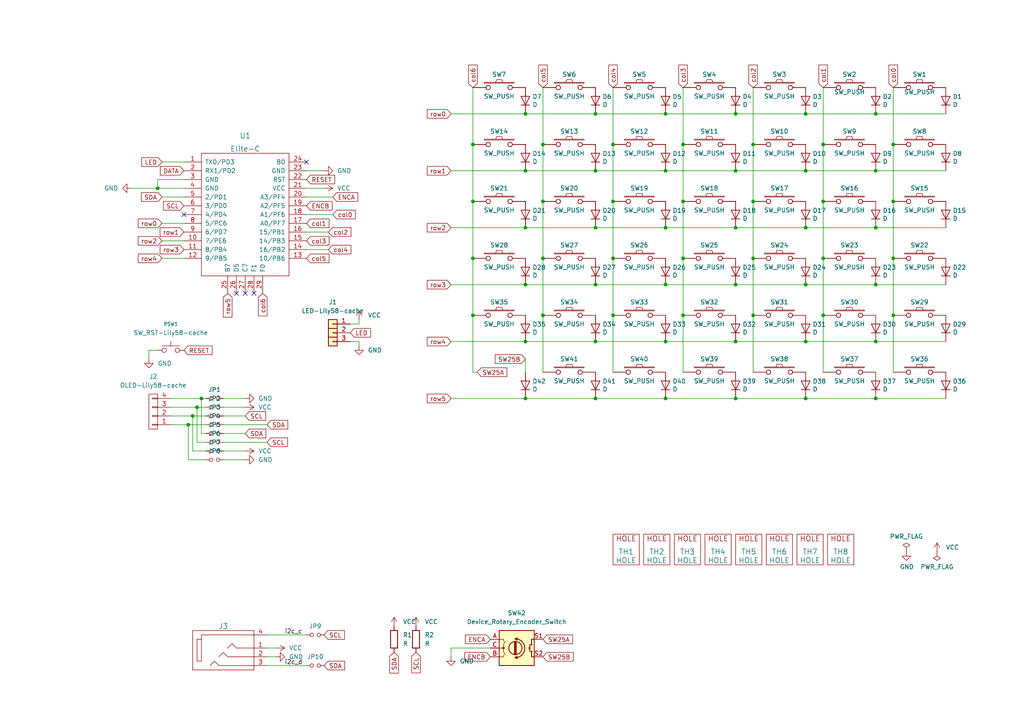
<source format=kicad_sch>
(kicad_sch (version 20211123) (generator eeschema)
  (paper "A4")
  (junction (at 54.61 123.19))
  (junction (at 172.72 33.02))
  (junction (at 213.36 49.53))
  (junction (at 193.04 33.02))
  (junction (at 152.4 115.57))
  (junction (at 233.68 115.57))
  (junction (at 259.08 91.44))
  (junction (at 198.12 74.93))
  (junction (at 238.76 41.91))
  (junction (at 177.8 74.93))
  (junction (at 218.44 41.91))
  (junction (at 45.72 54.61))
  (junction (at 55.88 120.65))
  (junction (at 218.44 91.44))
  (junction (at 137.16 58.42))
  (junction (at 152.4 82.55))
  (junction (at 172.72 99.06))
  (junction (at 172.72 66.04))
  (junction (at 137.16 41.91))
  (junction (at 152.4 49.53))
  (junction (at 254 33.02))
  (junction (at 193.04 66.04))
  (junction (at 233.68 66.04))
  (junction (at 198.12 41.91))
  (junction (at 213.36 66.04))
  (junction (at 157.48 74.93))
  (junction (at 259.08 58.42))
  (junction (at 193.04 115.57))
  (junction (at 193.04 82.55))
  (junction (at 254 49.53))
  (junction (at 259.08 41.91))
  (junction (at 157.48 91.44))
  (junction (at 177.8 41.91))
  (junction (at 152.4 33.02))
  (junction (at 193.04 49.53))
  (junction (at 137.16 74.93))
  (junction (at 177.8 91.44))
  (junction (at 213.36 115.57))
  (junction (at 233.68 33.02))
  (junction (at 238.76 58.42))
  (junction (at 233.68 49.53))
  (junction (at 137.16 91.44))
  (junction (at 57.15 118.11))
  (junction (at 172.72 49.53))
  (junction (at 259.08 74.93))
  (junction (at 233.68 99.06))
  (junction (at 172.72 115.57))
  (junction (at 177.8 58.42))
  (junction (at 238.76 91.44))
  (junction (at 238.76 74.93))
  (junction (at 172.72 82.55))
  (junction (at 152.4 66.04))
  (junction (at 58.42 115.57))
  (junction (at 213.36 33.02))
  (junction (at 254 115.57))
  (junction (at 152.4 99.06))
  (junction (at 198.12 91.44))
  (junction (at 198.12 58.42))
  (junction (at 157.48 58.42))
  (junction (at 213.36 99.06))
  (junction (at 193.04 99.06))
  (junction (at 254 99.06))
  (junction (at 254 82.55))
  (junction (at 254 66.04))
  (junction (at 157.48 41.91))
  (junction (at 233.68 82.55))
  (junction (at 218.44 74.93))
  (junction (at 218.44 58.42))
  (junction (at 213.36 82.55))
  (no_connect (at 88.9 46.99))
  (no_connect (at 68.58 85.09))
  (no_connect (at 71.12 85.09))
  (no_connect (at 73.66 85.09))
  (no_connect (at 53.34 62.23))
  (wire (pts (xy 54.61 123.19) (xy 54.61 133.35)))
  (wire (pts (xy 177.8 74.93) (xy 177.8 91.44)))
  (wire (pts (xy 177.8 91.44) (xy 177.8 107.95)))
  (wire (pts (xy 57.15 118.11) (xy 59.69 118.11)))
  (wire (pts (xy 43.18 101.6) (xy 43.18 104.14)))
  (wire (pts (xy 53.34 52.07) (xy 45.72 52.07)))
  (wire (pts (xy 193.04 115.57) (xy 213.36 115.57)))
  (wire (pts (xy 55.88 120.65) (xy 59.69 120.65)))
  (wire (pts (xy 152.4 82.55) (xy 130.81 82.55)))
  (wire (pts (xy 45.72 52.07) (xy 45.72 54.61)))
  (wire (pts (xy 254 49.53) (xy 274.32 49.53)))
  (wire (pts (xy 96.52 62.23) (xy 88.9 62.23)))
  (wire (pts (xy 64.77 118.11) (xy 71.12 118.11)))
  (wire (pts (xy 96.52 57.15) (xy 88.9 57.15)))
  (wire (pts (xy 193.04 33.02) (xy 213.36 33.02)))
  (wire (pts (xy 254 82.55) (xy 274.32 82.55)))
  (wire (pts (xy 193.04 66.04) (xy 213.36 66.04)))
  (wire (pts (xy 233.68 115.57) (xy 254 115.57)))
  (wire (pts (xy 259.08 41.91) (xy 259.08 25.4)))
  (wire (pts (xy 172.72 33.02) (xy 193.04 33.02)))
  (wire (pts (xy 177.8 41.91) (xy 177.8 58.42)))
  (wire (pts (xy 38.1 54.61) (xy 45.72 54.61)))
  (wire (pts (xy 152.4 66.04) (xy 130.81 66.04)))
  (wire (pts (xy 104.14 93.98) (xy 104.14 92.71)))
  (wire (pts (xy 233.68 33.02) (xy 213.36 33.02)))
  (wire (pts (xy 64.77 115.57) (xy 71.12 115.57)))
  (wire (pts (xy 95.25 72.39) (xy 88.9 72.39)))
  (wire (pts (xy 238.76 58.42) (xy 238.76 74.93)))
  (wire (pts (xy 77.47 184.15) (xy 88.9 184.15)))
  (wire (pts (xy 130.81 115.57) (xy 152.4 115.57)))
  (wire (pts (xy 218.44 74.93) (xy 218.44 58.42)))
  (wire (pts (xy 172.72 66.04) (xy 152.4 66.04)))
  (wire (pts (xy 213.36 99.06) (xy 233.68 99.06)))
  (wire (pts (xy 55.88 120.65) (xy 55.88 130.81)))
  (wire (pts (xy 46.99 69.85) (xy 53.34 69.85)))
  (wire (pts (xy 198.12 74.93) (xy 198.12 91.44)))
  (wire (pts (xy 238.76 91.44) (xy 238.76 107.95)))
  (wire (pts (xy 198.12 91.44) (xy 198.12 107.95)))
  (wire (pts (xy 64.77 130.81) (xy 71.12 130.81)))
  (wire (pts (xy 95.25 67.31) (xy 88.9 67.31)))
  (wire (pts (xy 49.53 120.65) (xy 55.88 120.65)))
  (wire (pts (xy 137.16 41.91) (xy 137.16 58.42)))
  (wire (pts (xy 45.72 54.61) (xy 53.34 54.61)))
  (wire (pts (xy 49.53 123.19) (xy 54.61 123.19)))
  (wire (pts (xy 54.61 123.19) (xy 59.69 123.19)))
  (wire (pts (xy 49.53 115.57) (xy 58.42 115.57)))
  (wire (pts (xy 152.4 104.14) (xy 152.4 107.95)))
  (wire (pts (xy 233.68 82.55) (xy 254 82.55)))
  (wire (pts (xy 55.88 130.81) (xy 59.69 130.81)))
  (wire (pts (xy 259.08 91.44) (xy 259.08 107.95)))
  (wire (pts (xy 137.16 25.4) (xy 137.16 41.91)))
  (wire (pts (xy 172.72 66.04) (xy 193.04 66.04)))
  (wire (pts (xy 218.44 74.93) (xy 218.44 91.44)))
  (wire (pts (xy 233.68 33.02) (xy 254 33.02)))
  (wire (pts (xy 64.77 123.19) (xy 77.47 123.19)))
  (wire (pts (xy 254 99.06) (xy 274.32 99.06)))
  (wire (pts (xy 172.72 82.55) (xy 152.4 82.55)))
  (wire (pts (xy 213.36 115.57) (xy 233.68 115.57)))
  (wire (pts (xy 172.72 115.57) (xy 193.04 115.57)))
  (wire (pts (xy 88.9 49.53) (xy 93.98 49.53)))
  (wire (pts (xy 177.8 25.4) (xy 177.8 41.91)))
  (wire (pts (xy 152.4 49.53) (xy 130.81 49.53)))
  (wire (pts (xy 101.6 93.98) (xy 104.14 93.98)))
  (wire (pts (xy 58.42 115.57) (xy 58.42 125.73)))
  (wire (pts (xy 218.44 25.4) (xy 218.44 41.91)))
  (wire (pts (xy 193.04 99.06) (xy 213.36 99.06)))
  (wire (pts (xy 218.44 91.44) (xy 218.44 107.95)))
  (wire (pts (xy 137.16 91.44) (xy 137.16 107.95)))
  (wire (pts (xy 172.72 49.53) (xy 152.4 49.53)))
  (wire (pts (xy 46.99 46.99) (xy 53.34 46.99)))
  (wire (pts (xy 157.48 91.44) (xy 157.48 107.95)))
  (wire (pts (xy 46.99 74.93) (xy 53.34 74.93)))
  (wire (pts (xy 45.72 101.6) (xy 43.18 101.6)))
  (wire (pts (xy 172.72 33.02) (xy 152.4 33.02)))
  (wire (pts (xy 49.53 118.11) (xy 57.15 118.11)))
  (wire (pts (xy 254 33.02) (xy 274.32 33.02)))
  (wire (pts (xy 157.48 41.91) (xy 157.48 58.42)))
  (wire (pts (xy 64.77 128.27) (xy 77.47 128.27)))
  (wire (pts (xy 46.99 64.77) (xy 53.34 64.77)))
  (wire (pts (xy 238.76 41.91) (xy 238.76 25.4)))
  (wire (pts (xy 172.72 49.53) (xy 193.04 49.53)))
  (wire (pts (xy 218.44 41.91) (xy 218.44 58.42)))
  (wire (pts (xy 152.4 33.02) (xy 130.81 33.02)))
  (wire (pts (xy 54.61 133.35) (xy 59.69 133.35)))
  (wire (pts (xy 157.48 58.42) (xy 157.48 74.93)))
  (wire (pts (xy 101.6 99.06) (xy 104.14 99.06)))
  (wire (pts (xy 64.77 133.35) (xy 71.12 133.35)))
  (wire (pts (xy 193.04 82.55) (xy 213.36 82.55)))
  (wire (pts (xy 46.99 57.15) (xy 53.34 57.15)))
  (wire (pts (xy 104.14 99.06) (xy 104.14 100.33)))
  (wire (pts (xy 137.16 58.42) (xy 137.16 74.93)))
  (wire (pts (xy 58.42 115.57) (xy 59.69 115.57)))
  (wire (pts (xy 198.12 25.4) (xy 198.12 41.91)))
  (wire (pts (xy 233.68 66.04) (xy 254 66.04)))
  (wire (pts (xy 77.47 187.96) (xy 80.01 187.96)))
  (wire (pts (xy 152.4 115.57) (xy 172.72 115.57)))
  (wire (pts (xy 58.42 125.73) (xy 59.69 125.73)))
  (wire (pts (xy 238.76 58.42) (xy 238.76 41.91)))
  (wire (pts (xy 177.8 58.42) (xy 177.8 74.93)))
  (wire (pts (xy 137.16 107.95) (xy 138.43 107.95)))
  (wire (pts (xy 57.15 128.27) (xy 59.69 128.27)))
  (wire (pts (xy 142.24 187.96) (xy 130.81 187.96)))
  (wire (pts (xy 152.4 99.06) (xy 172.72 99.06)))
  (wire (pts (xy 213.36 49.53) (xy 233.68 49.53)))
  (wire (pts (xy 157.48 74.93) (xy 157.48 91.44)))
  (wire (pts (xy 77.47 193.04) (xy 88.9 193.04)))
  (wire (pts (xy 233.68 49.53) (xy 254 49.53)))
  (wire (pts (xy 130.81 187.96) (xy 130.81 190.5)))
  (wire (pts (xy 254 66.04) (xy 274.32 66.04)))
  (wire (pts (xy 172.72 82.55) (xy 193.04 82.55)))
  (wire (pts (xy 64.77 120.65) (xy 71.12 120.65)))
  (wire (pts (xy 213.36 66.04) (xy 233.68 66.04)))
  (wire (pts (xy 259.08 74.93) (xy 259.08 91.44)))
  (wire (pts (xy 172.72 99.06) (xy 193.04 99.06)))
  (wire (pts (xy 198.12 58.42) (xy 198.12 74.93)))
  (wire (pts (xy 88.9 54.61) (xy 93.98 54.61)))
  (wire (pts (xy 254 115.57) (xy 274.32 115.57)))
  (wire (pts (xy 259.08 58.42) (xy 259.08 41.91)))
  (wire (pts (xy 77.47 190.5) (xy 80.01 190.5)))
  (wire (pts (xy 157.48 25.4) (xy 157.48 41.91)))
  (wire (pts (xy 238.76 74.93) (xy 238.76 91.44)))
  (wire (pts (xy 130.81 99.06) (xy 152.4 99.06)))
  (wire (pts (xy 259.08 58.42) (xy 259.08 74.93)))
  (wire (pts (xy 233.68 99.06) (xy 254 99.06)))
  (wire (pts (xy 57.15 118.11) (xy 57.15 128.27)))
  (wire (pts (xy 137.16 74.93) (xy 137.16 91.44)))
  (wire (pts (xy 193.04 49.53) (xy 213.36 49.53)))
  (wire (pts (xy 64.77 125.73) (xy 71.12 125.73)))
  (wire (pts (xy 213.36 82.55) (xy 233.68 82.55)))
  (wire (pts (xy 198.12 41.91) (xy 198.12 58.42)))
  (label "i2c_c" (at 82.55 184.15 0))
  (label "i2c_d" (at 82.55 193.04 0))
  (global_label "col6" (shape input) (at 76.2 85.09 270) (property "Intersheet References" "${INTERSHEET_REFS}" (effects hide)))
  (global_label "col1" (shape input) (at 238.76 25.4 90) (property "Intersheet References" "${INTERSHEET_REFS}" (effects hide)))
  (global_label "SW25B" (shape input) (at 152.4 104.14 180) (property "Intersheet References" "${INTERSHEET_REFS}" (effects hide)))
  (global_label "col3" (shape input) (at 198.12 25.4 90) (property "Intersheet References" "${INTERSHEET_REFS}" (effects hide)))
  (global_label "col4" (shape input) (at 177.8 25.4 90) (property "Intersheet References" "${INTERSHEET_REFS}" (effects hide)))
  (global_label "SCL" (shape input) (at 120.65 189.23 270) (property "Intersheet References" "${INTERSHEET_REFS}" (effects hide)))
  (global_label "SDA" (shape input) (at 114.3 189.23 270) (property "Intersheet References" "${INTERSHEET_REFS}" (effects hide)))
  (global_label "LED" (shape input) (at 101.6 96.52 0) (property "Intersheet References" "${INTERSHEET_REFS}" (effects hide)))
  (global_label "RESET" (shape input) (at 88.9 52.07 0) (property "Intersheet References" "${INTERSHEET_REFS}" (effects hide)))
  (global_label "col0" (shape input) (at 96.52 62.23 0) (property "Intersheet References" "${INTERSHEET_REFS}" (effects hide)))
  (global_label "ENCB" (shape input) (at 88.9 59.69 0) (property "Intersheet References" "${INTERSHEET_REFS}" (effects hide)))
  (global_label "col6" (shape input) (at 137.16 25.4 90) (property "Intersheet References" "${INTERSHEET_REFS}" (effects hide)))
  (global_label "col5" (shape input) (at 88.9 74.93 0) (property "Intersheet References" "${INTERSHEET_REFS}" (effects hide)))
  (global_label "col0" (shape input) (at 259.08 25.4 90) (property "Intersheet References" "${INTERSHEET_REFS}" (effects hide)))
  (global_label "col5" (shape input) (at 157.48 25.4 90) (property "Intersheet References" "${INTERSHEET_REFS}" (effects hide)))
  (global_label "SW25A" (shape input) (at 138.43 107.95 0) (property "Intersheet References" "${INTERSHEET_REFS}" (effects hide)))
  (global_label "row3" (shape input) (at 53.34 72.39 180) (property "Intersheet References" "${INTERSHEET_REFS}" (effects hide)))
  (global_label "ENCA" (shape input) (at 96.52 57.15 0) (property "Intersheet References" "${INTERSHEET_REFS}" (effects hide)))
  (global_label "SCL" (shape input) (at 77.47 128.27 0) (property "Intersheet References" "${INTERSHEET_REFS}" (effects hide)))
  (global_label "col2" (shape input) (at 218.44 25.4 90) (property "Intersheet References" "${INTERSHEET_REFS}" (effects hide)))
  (global_label "row1" (shape input) (at 53.34 67.31 180) (property "Intersheet References" "${INTERSHEET_REFS}" (effects hide)))
  (global_label "row2" (shape input) (at 130.81 66.04 180) (property "Intersheet References" "${INTERSHEET_REFS}" (effects hide)))
  (global_label "row1" (shape input) (at 130.81 49.53 180) (property "Intersheet References" "${INTERSHEET_REFS}" (effects hide)))
  (global_label "row0" (shape input) (at 130.81 33.02 180) (property "Intersheet References" "${INTERSHEET_REFS}" (effects hide)))
  (global_label "SW25A" (shape input) (at 157.48 185.42 0) (property "Intersheet References" "${INTERSHEET_REFS}" (effects hide)))
  (global_label "ENCB" (shape input) (at 142.24 190.5 180) (property "Intersheet References" "${INTERSHEET_REFS}" (effects hide)))
  (global_label "SCL" (shape input) (at 93.98 184.15 0) (property "Intersheet References" "${INTERSHEET_REFS}" (effects hide)))
  (global_label "SDA" (shape input) (at 77.47 123.19 0) (property "Intersheet References" "${INTERSHEET_REFS}" (effects hide)))
  (global_label "row2" (shape input) (at 46.99 69.85 180) (property "Intersheet References" "${INTERSHEET_REFS}" (effects hide)))
  (global_label "row5" (shape input) (at 66.04 85.09 270) (property "Intersheet References" "${INTERSHEET_REFS}" (effects hide)))
  (global_label "SDA" (shape input) (at 46.99 57.15 180) (property "Intersheet References" "${INTERSHEET_REFS}" (effects hide)))
  (global_label "col4" (shape input) (at 95.25 72.39 0) (property "Intersheet References" "${INTERSHEET_REFS}" (effects hide)))
  (global_label "row0" (shape input) (at 46.99 64.77 180) (property "Intersheet References" "${INTERSHEET_REFS}" (effects hide)))
  (global_label "col2" (shape input) (at 95.25 67.31 0) (property "Intersheet References" "${INTERSHEET_REFS}" (effects hide)))
  (global_label "SDA" (shape input) (at 71.12 125.73 0) (property "Intersheet References" "${INTERSHEET_REFS}" (effects hide)))
  (global_label "row5" (shape input) (at 130.81 115.57 180) (property "Intersheet References" "${INTERSHEET_REFS}" (effects hide)))
  (global_label "col1" (shape input) (at 88.9 64.77 0) (property "Intersheet References" "${INTERSHEET_REFS}" (effects hide)))
  (global_label "row4" (shape input) (at 130.81 99.06 180) (property "Intersheet References" "${INTERSHEET_REFS}" (effects hide)))
  (global_label "SCL" (shape input) (at 71.12 120.65 0) (property "Intersheet References" "${INTERSHEET_REFS}" (effects hide)))
  (global_label "ENCA" (shape input) (at 142.24 185.42 180) (property "Intersheet References" "${INTERSHEET_REFS}" (effects hide)))
  (global_label "LED" (shape input) (at 46.99 46.99 180) (property "Intersheet References" "${INTERSHEET_REFS}" (effects hide)))
  (global_label "DATA" (shape input) (at 53.34 49.53 180) (property "Intersheet References" "${INTERSHEET_REFS}" (effects hide)))
  (global_label "RESET" (shape input) (at 53.34 101.6 0) (property "Intersheet References" "${INTERSHEET_REFS}" (effects hide)))
  (global_label "row4" (shape input) (at 46.99 74.93 180) (property "Intersheet References" "${INTERSHEET_REFS}" (effects hide)))
  (global_label "SDA" (shape input) (at 93.98 193.04 0) (property "Intersheet References" "${INTERSHEET_REFS}" (effects hide)))
  (global_label "SW25B" (shape input) (at 157.48 190.5 0) (property "Intersheet References" "${INTERSHEET_REFS}" (effects hide)))
  (global_label "SCL" (shape input) (at 53.34 59.69 180) (property "Intersheet References" "${INTERSHEET_REFS}" (effects hide)))
  (global_label "col3" (shape input) (at 88.9 69.85 0) (property "Intersheet References" "${INTERSHEET_REFS}" (effects hide)))
  (global_label "row3" (shape input) (at 130.81 82.55 180) (property "Intersheet References" "${INTERSHEET_REFS}" (effects hide)))
  (symbol (lib_id "SofleKeyboard-rescue:D-Lily58-cache-Lily58_Pro-rescue") (at 274.32 29.21 90) (unit 1)
    (property "Reference" "D1" (at 276.3266 28.0416 90) (effects (justify right)))
    (property "Value" "D" (at 276.3266 30.353 90) (effects (justify right)))
    (property "Footprint" "SofleKeyboard-footprint:Diode_SOD123" (effects hide))
  )
  (symbol (lib_id "SofleKeyboard-rescue:HOLE-Lily58-cache-Lily58_Pro-rescue") (at 234.95 160.02 0) (unit 1)
    (property "Reference" "TH7" (at 234.95 160.02 0) (effects (font (size 1.524 1.524))))
    (property "Value" "HOLE" (at 234.95 162.56 0) (effects (font (size 1.524 1.524))))
    (property "Footprint" "SofleKeyboard-footprint:HOLE_M2_TH" (effects hide))
  )
  (symbol (lib_id "power:VCC") (at 93.98 54.61 270) (unit 1)
    (property "Reference" "#PWR0107" (effects hide))
    (property "Value" "VCC" (at 97.79 54.6099 90) (effects (justify left)))
  )
  (symbol (lib_id "SofleKeyboard-rescue:SW_PUSH-Lily58-cache-Lily58_Pro-rescue") (at 144.78 91.44 0) (unit 1)
    (property "Reference" "SW35" (at 144.78 87.63 0))
    (property "Value" "SW_PUSH" (at 144.78 93.98 0))
    (property "Footprint" "SofleKeyboard-footprint:CherryMX_Hotswap" (effects hide))
  )
  (symbol (lib_id "SofleKeyboard-rescue:D-Lily58-cache-Lily58_Pro-rescue") (at 274.32 45.72 90) (unit 1)
    (property "Reference" "D8" (at 276.3266 44.5516 90) (effects (justify right)))
    (property "Value" "D" (at 276.3266 46.863 90) (effects (justify right)))
    (property "Footprint" "SofleKeyboard-footprint:Diode_SOD123" (effects hide))
  )
  (symbol (lib_id "power:VCC") (at 114.3 181.61 0) (unit 1)
    (property "Reference" "#PWR0112" (effects hide))
    (property "Value" "VCC" (at 116.84 180.3399 0) (effects (justify left)))
  )
  (symbol (lib_id "power:GND") (at 71.12 115.57 90) (unit 1)
    (property "Reference" "#PWR0103" (effects hide))
    (property "Value" "GND" (at 74.93 115.5699 90) (effects (justify right)))
  )
  (symbol (lib_id "SofleKeyboard-cache:Device_Jumper_NO_Small") (at 62.23 125.73 0) (unit 1)
    (property "Reference" "JP5" (at 62.23 123.19 0))
    (property "Value" "Device_Jumper_NO_Small" (effects hide))
    (property "Footprint" "SofleKeyboard-footprint:Jumper" (effects hide))
  )
  (symbol (lib_id "SofleKeyboard-rescue:SW_PUSH-Lily58-cache-Lily58_Pro-rescue") (at 205.74 58.42 0) (unit 1)
    (property "Reference" "SW18" (at 205.74 54.61 0))
    (property "Value" "SW_PUSH" (at 205.74 60.96 0))
    (property "Footprint" "SofleKeyboard-footprint:CherryMX_Hotswap" (effects hide))
  )
  (symbol (lib_id "SofleKeyboard-rescue:D-Lily58-cache-Lily58_Pro-rescue") (at 233.68 95.25 90) (unit 1)
    (property "Reference" "D31" (at 235.6866 94.0816 90) (effects (justify right)))
    (property "Value" "D" (at 235.6866 96.393 90) (effects (justify right)))
    (property "Footprint" "SofleKeyboard-footprint:Diode_SOD123" (effects hide))
  )
  (symbol (lib_id "SofleKeyboard-rescue:SW_PUSH-Lily58-cache-Lily58_Pro-rescue") (at 226.06 74.93 0) (unit 1)
    (property "Reference" "SW24" (at 226.06 71.12 0))
    (property "Value" "SW_PUSH" (at 226.06 77.47 0))
    (property "Footprint" "SofleKeyboard-footprint:CherryMX_Hotswap" (effects hide))
  )
  (symbol (lib_id "SofleKeyboard-rescue:SW_PUSH-Lily58-cache-Lily58_Pro-rescue") (at 144.78 41.91 0) (unit 1)
    (property "Reference" "SW14" (at 144.78 38.1 0))
    (property "Value" "SW_PUSH" (at 144.78 44.45 0))
    (property "Footprint" "SofleKeyboard-footprint:CherryMX_Hotswap" (effects hide))
  )
  (symbol (lib_id "SofleKeyboard-rescue:SW_PUSH-Lily58-cache-Lily58_Pro-rescue") (at 165.1 74.93 0) (unit 1)
    (property "Reference" "SW27" (at 165.1 71.12 0))
    (property "Value" "SW_PUSH" (at 165.1 77.47 0))
    (property "Footprint" "SofleKeyboard-footprint:CherryMX_Hotswap" (effects hide))
  )
  (symbol (lib_id "SofleKeyboard-rescue:SW_PUSH-Lily58-cache-Lily58_Pro-rescue") (at 226.06 107.95 0) (unit 1)
    (property "Reference" "SW38" (at 226.06 104.14 0))
    (property "Value" "SW_PUSH" (at 226.06 110.49 0))
    (property "Footprint" "SofleKeyboard-footprint:CherryMX_Hotswap" (effects hide))
  )
  (symbol (lib_id "SofleKeyboard-rescue:SW_PUSH-Lily58-cache-Lily58_Pro-rescue") (at 246.38 74.93 0) (unit 1)
    (property "Reference" "SW23" (at 246.38 71.12 0))
    (property "Value" "SW_PUSH" (at 246.38 77.47 0))
    (property "Footprint" "SofleKeyboard-footprint:CherryMX_Hotswap" (effects hide))
  )
  (symbol (lib_id "SofleKeyboard-rescue:D-Lily58-cache-Lily58_Pro-rescue") (at 172.72 95.25 90) (unit 1)
    (property "Reference" "D34" (at 174.7266 94.0816 90) (effects (justify right)))
    (property "Value" "D" (at 174.7266 96.393 90) (effects (justify right)))
    (property "Footprint" "SofleKeyboard-footprint:Diode_SOD123" (effects hide))
  )
  (symbol (lib_id "SofleKeyboard-rescue:SW_PUSH-Lily58-cache-Lily58_Pro-rescue") (at 226.06 58.42 0) (unit 1)
    (property "Reference" "SW17" (at 226.06 54.61 0))
    (property "Value" "SW_PUSH" (at 226.06 60.96 0))
    (property "Footprint" "SofleKeyboard-footprint:CherryMX_Hotswap" (effects hide))
  )
  (symbol (lib_id "SofleKeyboard-rescue:SW_PUSH-Lily58-cache-Lily58_Pro-rescue") (at 205.74 107.95 0) (unit 1)
    (property "Reference" "SW39" (at 205.74 104.14 0))
    (property "Value" "SW_PUSH" (at 205.74 110.49 0))
    (property "Footprint" "SofleKeyboard-footprint:CherryMX_Hotswap" (effects hide))
  )
  (symbol (lib_id "SofleKeyboard-rescue:D-Lily58-cache-Lily58_Pro-rescue") (at 233.68 111.76 90) (unit 1)
    (property "Reference" "D38" (at 235.6866 110.5916 90) (effects (justify right)))
    (property "Value" "D" (at 235.6866 112.903 90) (effects (justify right)))
    (property "Footprint" "SofleKeyboard-footprint:Diode_SOD123" (effects hide))
  )
  (symbol (lib_id "SofleKeyboard-rescue:D-Lily58-cache-Lily58_Pro-rescue") (at 193.04 95.25 90) (unit 1)
    (property "Reference" "D33" (at 195.0466 94.0816 90) (effects (justify right)))
    (property "Value" "D" (at 195.0466 96.393 90) (effects (justify right)))
    (property "Footprint" "SofleKeyboard-footprint:Diode_SOD123" (effects hide))
  )
  (symbol (lib_id "SofleKeyboard-rescue:D-Lily58-cache-Lily58_Pro-rescue") (at 172.72 45.72 90) (unit 1)
    (property "Reference" "D13" (at 174.7266 44.5516 90) (effects (justify right)))
    (property "Value" "D" (at 174.7266 46.863 90) (effects (justify right)))
    (property "Footprint" "SofleKeyboard-footprint:Diode_SOD123" (effects hide))
  )
  (symbol (lib_id "power:VCC") (at 71.12 118.11 270) (unit 1)
    (property "Reference" "#PWR0104" (effects hide))
    (property "Value" "VCC" (at 74.93 118.1099 90) (effects (justify left)))
  )
  (symbol (lib_id "SofleKeyboard-rescue:D-Lily58-cache-Lily58_Pro-rescue") (at 233.68 78.74 90) (unit 1)
    (property "Reference" "D24" (at 235.6866 77.5716 90) (effects (justify right)))
    (property "Value" "D" (at 235.6866 79.883 90) (effects (justify right)))
    (property "Footprint" "SofleKeyboard-footprint:Diode_SOD123" (effects hide))
  )
  (symbol (lib_id "SofleKeyboard-rescue:SW_PUSH-Lily58-cache-Lily58_Pro-rescue") (at 165.1 25.4 0) (unit 1)
    (property "Reference" "SW6" (at 165.1 21.59 0))
    (property "Value" "SW_PUSH" (at 165.1 27.94 0))
    (property "Footprint" "SofleKeyboard-footprint:CherryMX_Hotswap" (effects hide))
  )
  (symbol (lib_id "SofleKeyboard-rescue:D-Lily58-cache-Lily58_Pro-rescue") (at 193.04 29.21 90) (unit 1)
    (property "Reference" "D5" (at 195.0466 28.0416 90) (effects (justify right)))
    (property "Value" "D" (at 195.0466 30.353 90) (effects (justify right)))
    (property "Footprint" "SofleKeyboard-footprint:Diode_SOD123" (effects hide))
  )
  (symbol (lib_id "SofleKeyboard-rescue:D-Lily58-cache-Lily58_Pro-rescue") (at 152.4 95.25 90) (unit 1)
    (property "Reference" "D35" (at 154.4066 94.0816 90) (effects (justify right)))
    (property "Value" "D" (at 154.4066 96.393 90) (effects (justify right)))
    (property "Footprint" "SofleKeyboard-footprint:Diode_SOD123" (effects hide))
  )
  (symbol (lib_id "power:GND") (at 38.1 54.61 270) (unit 1)
    (property "Reference" "#PWR0101" (effects hide))
    (property "Value" "GND" (at 34.29 54.6099 90) (effects (justify right)))
  )
  (symbol (lib_id "SofleKeyboard-cache:Device_Jumper_NO_Small") (at 62.23 133.35 0) (unit 1)
    (property "Reference" "JP8" (at 62.23 130.81 0))
    (property "Value" "Device_Jumper_NO_Small" (effects hide))
    (property "Footprint" "SofleKeyboard-footprint:Jumper" (effects hide))
  )
  (symbol (lib_id "SofleKeyboard-rescue:D-Lily58-cache-Lily58_Pro-rescue") (at 233.68 62.23 90) (unit 1)
    (property "Reference" "D17" (at 235.6866 61.0616 90) (effects (justify right)))
    (property "Value" "D" (at 235.6866 63.373 90) (effects (justify right)))
    (property "Footprint" "SofleKeyboard-footprint:Diode_SOD123" (effects hide))
  )
  (symbol (lib_id "SofleKeyboard-rescue:D-Lily58-cache-Lily58_Pro-rescue") (at 152.4 45.72 90) (unit 1)
    (property "Reference" "D14" (at 154.4066 44.5516 90) (effects (justify right)))
    (property "Value" "D" (at 154.4066 46.863 90) (effects (justify right)))
    (property "Footprint" "SofleKeyboard-footprint:Diode_SOD123" (effects hide))
  )
  (symbol (lib_id "SofleKeyboard-rescue:D-Lily58-cache-Lily58_Pro-rescue") (at 193.04 62.23 90) (unit 1)
    (property "Reference" "D19" (at 195.0466 61.0616 90) (effects (justify right)))
    (property "Value" "D" (at 195.0466 63.373 90) (effects (justify right)))
    (property "Footprint" "SofleKeyboard-footprint:Diode_SOD123" (effects hide))
  )
  (symbol (lib_id "SofleKeyboard-rescue:SW_PUSH-Lily58-cache-Lily58_Pro-rescue") (at 165.1 41.91 0) (unit 1)
    (property "Reference" "SW13" (at 165.1 38.1 0))
    (property "Value" "SW_PUSH" (at 165.1 44.45 0))
    (property "Footprint" "SofleKeyboard-footprint:CherryMX_Hotswap" (effects hide))
  )
  (symbol (lib_id "power:VCC") (at 271.78 160.02 0) (unit 1)
    (property "Reference" "#PWR0117" (effects hide))
    (property "Value" "VCC" (at 274.32 158.7499 0) (effects (justify left)))
  )
  (symbol (lib_id "Device:R") (at 120.65 185.42 0) (unit 1)
    (property "Reference" "R2" (at 123.19 184.1499 0) (effects (justify left)))
    (property "Value" "R" (at 123.19 186.6899 0) (effects (justify left)))
    (property "Footprint" "SofleKeyboard-footprint:R_1206_DoubleSided" (effects hide))
  )
  (symbol (lib_id "power:GND") (at 130.81 190.5 0) (unit 1)
    (property "Reference" "#PWR0111" (effects hide))
    (property "Value" "GND" (at 133.35 191.7699 0) (effects (justify left)))
  )
  (symbol (lib_id "keebio:Elite-C") (at 71.12 60.96 0) (unit 1)
    (property "Reference" "U1" (at 71.12 39.37 0) (effects (font (size 1.524 1.524))))
    (property "Value" "Elite-C" (at 71.12 43.18 0) (effects (font (size 1.524 1.524))))
    (property "Footprint" "Keebio-Parts:Elite-C" (effects hide))
  )
  (symbol (lib_id "SofleKeyboard-cache:Device_Jumper_NO_Small") (at 62.23 123.19 0) (unit 1)
    (property "Reference" "JP4" (at 62.23 120.65 0))
    (property "Value" "Device_Jumper_NO_Small" (effects hide))
    (property "Footprint" "SofleKeyboard-footprint:Jumper" (effects hide))
  )
  (symbol (lib_id "SofleKeyboard-rescue:SW_PUSH-Lily58-cache-Lily58_Pro-rescue") (at 185.42 91.44 0) (unit 1)
    (property "Reference" "SW33" (at 185.42 87.63 0))
    (property "Value" "SW_PUSH" (at 185.42 93.98 0))
    (property "Footprint" "SofleKeyboard-footprint:CherryMX_Hotswap" (effects hide))
  )
  (symbol (lib_id "SofleKeyboard-cache:Device_Jumper_NO_Small") (at 62.23 128.27 0) (unit 1)
    (property "Reference" "JP6" (at 62.23 125.73 0))
    (property "Value" "Device_Jumper_NO_Small" (effects hide))
    (property "Footprint" "SofleKeyboard-footprint:Jumper" (effects hide))
  )
  (symbol (lib_id "SofleKeyboard-rescue:PWR_FLAG-Lily58-cache-Lily58_Pro-rescue") (at 271.78 160.02 180) (unit 1)
    (property "Reference" "#FLG0101" (effects hide))
    (property "Value" "PWR_FLAG" (at 271.78 164.4142 0))
  )
  (symbol (lib_id "SofleKeyboard-rescue:SW_PUSH-Lily58-cache-Lily58_Pro-rescue") (at 185.42 107.95 0) (unit 1)
    (property "Reference" "SW40" (at 185.42 104.14 0))
    (property "Value" "SW_PUSH" (at 185.42 110.49 0))
    (property "Footprint" "SofleKeyboard-footprint:CherryMX_Hotswap" (effects hide))
  )
  (symbol (lib_id "SofleKeyboard-rescue:HOLE-Lily58-cache-Lily58_Pro-rescue") (at 243.84 160.02 0) (unit 1)
    (property "Reference" "TH8" (at 243.84 160.02 0) (effects (font (size 1.524 1.524))))
    (property "Value" "HOLE" (at 243.84 162.56 0) (effects (font (size 1.524 1.524))))
    (property "Footprint" "SofleKeyboard-footprint:HOLE_M2_TH" (effects hide))
  )
  (symbol (lib_id "SofleKeyboard-rescue:D-Lily58-cache-Lily58_Pro-rescue") (at 152.4 78.74 90) (unit 1)
    (property "Reference" "D28" (at 154.4066 77.5716 90) (effects (justify right)))
    (property "Value" "D" (at 154.4066 79.883 90) (effects (justify right)))
    (property "Footprint" "SofleKeyboard-footprint:Diode_SOD123" (effects hide))
  )
  (symbol (lib_id "SofleKeyboard-rescue:SW_PUSH-Lily58-cache-Lily58_Pro-rescue") (at 205.74 41.91 0) (unit 1)
    (property "Reference" "SW11" (at 205.74 38.1 0))
    (property "Value" "SW_PUSH" (at 205.74 44.45 0))
    (property "Footprint" "SofleKeyboard-footprint:CherryMX_Hotswap" (effects hide))
  )
  (symbol (lib_id "SofleKeyboard-rescue:D-Lily58-cache-Lily58_Pro-rescue") (at 254 78.74 90) (unit 1)
    (property "Reference" "D23" (at 256.0066 77.5716 90) (effects (justify right)))
    (property "Value" "D" (at 256.0066 79.883 90) (effects (justify right)))
    (property "Footprint" "SofleKeyboard-footprint:Diode_SOD123" (effects hide))
  )
  (symbol (lib_id "SofleKeyboard-rescue:D-Lily58-cache-Lily58_Pro-rescue") (at 213.36 95.25 90) (unit 1)
    (property "Reference" "D32" (at 215.3666 94.0816 90) (effects (justify right)))
    (property "Value" "D" (at 215.3666 96.393 90) (effects (justify right)))
    (property "Footprint" "SofleKeyboard-footprint:Diode_SOD123" (effects hide))
  )
  (symbol (lib_id "power:GND") (at 43.18 104.14 0) (unit 1)
    (property "Reference" "#PWR0102" (effects hide))
    (property "Value" "GND" (at 45.72 105.4099 0) (effects (justify left)))
  )
  (symbol (lib_id "SofleKeyboard-rescue:SW_PUSH-Lily58-cache-Lily58_Pro-rescue") (at 205.74 25.4 0) (unit 1)
    (property "Reference" "SW4" (at 205.74 21.59 0))
    (property "Value" "SW_PUSH" (at 205.74 27.94 0))
    (property "Footprint" "SofleKeyboard-footprint:CherryMX_Hotswap" (effects hide))
  )
  (symbol (lib_id "SofleKeyboard-rescue:SW_PUSH-Lily58-cache-Lily58_Pro-rescue") (at 246.38 58.42 0) (unit 1)
    (property "Reference" "SW16" (at 246.38 54.61 0))
    (property "Value" "SW_PUSH" (at 246.38 60.96 0))
    (property "Footprint" "SofleKeyboard-footprint:CherryMX_Hotswap" (effects hide))
  )
  (symbol (lib_id "SofleKeyboard-rescue:D-Lily58-cache-Lily58_Pro-rescue") (at 213.36 62.23 90) (unit 1)
    (property "Reference" "D18" (at 215.3666 61.0616 90) (effects (justify right)))
    (property "Value" "D" (at 215.3666 63.373 90) (effects (justify right)))
    (property "Footprint" "SofleKeyboard-footprint:Diode_SOD123" (effects hide))
  )
  (symbol (lib_id "SofleKeyboard-rescue:D-Lily58-cache-Lily58_Pro-rescue") (at 213.36 45.72 90) (unit 1)
    (property "Reference" "D11" (at 215.3666 44.5516 90) (effects (justify right)))
    (property "Value" "D" (at 215.3666 46.863 90) (effects (justify right)))
    (property "Footprint" "SofleKeyboard-footprint:Diode_SOD123" (effects hide))
  )
  (symbol (lib_id "SofleKeyboard-rescue:D-Lily58-cache-Lily58_Pro-rescue") (at 152.4 29.21 90) (unit 1)
    (property "Reference" "D7" (at 154.4066 28.0416 90) (effects (justify right)))
    (property "Value" "D" (at 154.4066 30.353 90) (effects (justify right)))
    (property "Footprint" "SofleKeyboard-footprint:Diode_SOD123" (effects hide))
  )
  (symbol (lib_id "SofleKeyboard-rescue:D-Lily58-cache-Lily58_Pro-rescue") (at 213.36 78.74 90) (unit 1)
    (property "Reference" "D25" (at 215.3666 77.5716 90) (effects (justify right)))
    (property "Value" "D" (at 215.3666 79.883 90) (effects (justify right)))
    (property "Footprint" "SofleKeyboard-footprint:Diode_SOD123" (effects hide))
  )
  (symbol (lib_id "SofleKeyboard-rescue:SW_PUSH-Lily58-cache-Lily58_Pro-rescue") (at 226.06 25.4 0) (unit 1)
    (property "Reference" "SW3" (at 226.06 21.59 0))
    (property "Value" "SW_PUSH" (at 226.06 27.94 0))
    (property "Footprint" "SofleKeyboard-footprint:CherryMX_Hotswap" (effects hide))
  )
  (symbol (lib_id "SofleKeyboard-rescue:SW_PUSH-Lily58-cache-Lily58_Pro-rescue") (at 266.7 74.93 0) (unit 1)
    (property "Reference" "SW22" (at 266.7 71.12 0))
    (property "Value" "SW_PUSH" (at 266.7 77.47 0))
    (property "Footprint" "SofleKeyboard-footprint:CherryMX_Hotswap" (effects hide))
  )
  (symbol (lib_id "power:GND") (at 104.14 100.33 0) (unit 1)
    (property "Reference" "#PWR0109" (effects hide))
    (property "Value" "GND" (at 106.68 101.5999 0) (effects (justify left)))
  )
  (symbol (lib_id "SofleKeyboard-rescue:SW_PUSH-Lily58-cache-Lily58_Pro-rescue") (at 266.7 58.42 0) (unit 1)
    (property "Reference" "SW15" (at 266.7 54.61 0))
    (property "Value" "SW_PUSH" (at 266.7 60.96 0))
    (property "Footprint" "SofleKeyboard-footprint:CherryMX_Hotswap" (effects hide))
  )
  (symbol (lib_id "SofleKeyboard-rescue:D-Lily58-cache-Lily58_Pro-rescue") (at 254 95.25 90) (unit 1)
    (property "Reference" "D30" (at 256.0066 94.0816 90) (effects (justify right)))
    (property "Value" "D" (at 256.0066 96.393 90) (effects (justify right)))
    (property "Footprint" "SofleKeyboard-footprint:Diode_SOD123" (effects hide))
  )
  (symbol (lib_id "SofleKeyboard-rescue:HOLE-Lily58-cache-Lily58_Pro-rescue") (at 226.06 160.02 0) (unit 1)
    (property "Reference" "TH6" (at 226.06 160.02 0) (effects (font (size 1.524 1.524))))
    (property "Value" "HOLE" (at 226.06 162.56 0) (effects (font (size 1.524 1.524))))
    (property "Footprint" "SofleKeyboard-footprint:HOLE_M2_TH" (effects hide))
  )
  (symbol (lib_id "SofleKeyboard-rescue:HOLE-Lily58-cache-Lily58_Pro-rescue") (at 181.61 160.02 0) (unit 1)
    (property "Reference" "TH1" (at 181.61 160.02 0) (effects (font (size 1.524 1.524))))
    (property "Value" "HOLE" (at 181.61 162.56 0) (effects (font (size 1.524 1.524))))
    (property "Footprint" "SofleKeyboard-footprint:M2_HOLE_PCB" (effects hide))
  )
  (symbol (lib_id "SofleKeyboard-rescue:D-Lily58-cache-Lily58_Pro-rescue") (at 193.04 78.74 90) (unit 1)
    (property "Reference" "D26" (at 195.0466 77.5716 90) (effects (justify right)))
    (property "Value" "D" (at 195.0466 79.883 90) (effects (justify right)))
    (property "Footprint" "SofleKeyboard-footprint:Diode_SOD123" (effects hide))
  )
  (symbol (lib_id "SofleKeyboard-cache:Device_Jumper_NO_Small") (at 62.23 115.57 0) (unit 1)
    (property "Reference" "JP1" (at 62.23 113.03 0))
    (property "Value" "Device_Jumper_NO_Small" (effects hide))
    (property "Footprint" "SofleKeyboard-footprint:Jumper" (effects hide))
  )
  (symbol (lib_id "SofleKeyboard-rescue:D-Lily58-cache-Lily58_Pro-rescue") (at 274.32 95.25 90) (unit 1)
    (property "Reference" "D29" (at 276.3266 94.0816 90) (effects (justify right)))
    (property "Value" "D" (at 276.3266 96.393 90) (effects (justify right)))
    (property "Footprint" "SofleKeyboard-footprint:Diode_SOD123" (effects hide))
  )
  (symbol (lib_id "SofleKeyboard-rescue:SW_PUSH-Lily58-cache-Lily58_Pro-rescue") (at 246.38 41.91 0) (unit 1)
    (property "Reference" "SW9" (at 246.38 38.1 0))
    (property "Value" "SW_PUSH" (at 246.38 44.45 0))
    (property "Footprint" "SofleKeyboard-footprint:CherryMX_Hotswap" (effects hide))
  )
  (symbol (lib_id "SofleKeyboard-rescue:D-Lily58-cache-Lily58_Pro-rescue") (at 254 45.72 90) (unit 1)
    (property "Reference" "D9" (at 256.0066 44.5516 90) (effects (justify right)))
    (property "Value" "D" (at 256.0066 46.863 90) (effects (justify right)))
    (property "Footprint" "SofleKeyboard-footprint:Diode_SOD123" (effects hide))
  )
  (symbol (lib_id "SofleKeyboard-rescue:SW_PUSH-Lily58-cache-Lily58_Pro-rescue") (at 185.42 25.4 0) (unit 1)
    (property "Reference" "SW5" (at 185.42 21.59 0))
    (property "Value" "SW_PUSH" (at 185.42 27.94 0))
    (property "Footprint" "SofleKeyboard-footprint:CherryMX_Hotswap" (effects hide))
  )
  (symbol (lib_id "SofleKeyboard-cache:Device_Rotary_Encoder_Switch") (at 149.86 187.96 0) (unit 1)
    (property "Reference" "SW42" (at 149.86 177.8 0))
    (property "Value" "Device_Rotary_Encoder_Switch" (at 149.86 180.34 0))
    (property "Footprint" "SofleKeyboard-footprint:RotaryEncoder_Alps_EC11E-Switch_Vertical_H20mm-keebio_modified" (effects hide))
  )
  (symbol (lib_id "SofleKeyboard-rescue:SW_PUSH-Lily58-cache-Lily58_Pro-rescue") (at 165.1 91.44 0) (unit 1)
    (property "Reference" "SW34" (at 165.1 87.63 0))
    (property "Value" "SW_PUSH" (at 165.1 93.98 0))
    (property "Footprint" "SofleKeyboard-footprint:CherryMX_Hotswap" (effects hide))
  )
  (symbol (lib_id "SofleKeyboard-rescue:D-Lily58-cache-Lily58_Pro-rescue") (at 274.32 62.23 90) (unit 1)
    (property "Reference" "D15" (at 276.3266 61.0616 90) (effects (justify right)))
    (property "Value" "D" (at 276.3266 63.373 90) (effects (justify right)))
    (property "Footprint" "SofleKeyboard-footprint:Diode_SOD123" (effects hide))
  )
  (symbol (lib_id "SofleKeyboard-rescue:D-Lily58-cache-Lily58_Pro-rescue") (at 274.32 111.76 90) (unit 1)
    (property "Reference" "D36" (at 276.3266 110.5916 90) (effects (justify right)))
    (property "Value" "D" (at 276.3266 112.903 90) (effects (justify right)))
    (property "Footprint" "SofleKeyboard-footprint:Diode_SOD123" (effects hide))
  )
  (symbol (lib_id "SofleKeyboard-rescue:SW_PUSH-Lily58-cache-Lily58_Pro-rescue") (at 144.78 74.93 0) (unit 1)
    (property "Reference" "SW28" (at 144.78 71.12 0))
    (property "Value" "SW_PUSH" (at 144.78 77.47 0))
    (property "Footprint" "SofleKeyboard-footprint:CherryMX_Hotswap" (effects hide))
  )
  (symbol (lib_id "SofleKeyboard-rescue:SW_PUSH-Lily58-cache-Lily58_Pro-rescue") (at 185.42 41.91 0) (unit 1)
    (property "Reference" "SW12" (at 185.42 38.1 0))
    (property "Value" "SW_PUSH" (at 185.42 44.45 0))
    (property "Footprint" "SofleKeyboard-footprint:CherryMX_Hotswap" (effects hide))
  )
  (symbol (lib_id "SofleKeyboard-rescue:D-Lily58-cache-Lily58_Pro-rescue") (at 254 62.23 90) (unit 1)
    (property "Reference" "D16" (at 256.0066 61.0616 90) (effects (justify right)))
    (property "Value" "D" (at 256.0066 63.373 90) (effects (justify right)))
    (property "Footprint" "SofleKeyboard-footprint:Diode_SOD123" (effects hide))
  )
  (symbol (lib_id "SofleKeyboard-rescue:D-Lily58-cache-Lily58_Pro-rescue") (at 254 29.21 90) (unit 1)
    (property "Reference" "D2" (at 256.0066 28.0416 90) (effects (justify right)))
    (property "Value" "D" (at 256.0066 30.353 90) (effects (justify right)))
    (property "Footprint" "SofleKeyboard-footprint:Diode_SOD123" (effects hide))
  )
  (symbol (lib_id "SofleKeyboard-rescue:SW_PUSH-Lily58-cache-Lily58_Pro-rescue") (at 144.78 58.42 0) (unit 1)
    (property "Reference" "SW21" (at 144.78 54.61 0))
    (property "Value" "SW_PUSH" (at 144.78 60.96 0))
    (property "Footprint" "SofleKeyboard-footprint:CherryMX_Hotswap" (effects hide))
  )
  (symbol (lib_id "SofleKeyboard-rescue:D-Lily58-cache-Lily58_Pro-rescue") (at 152.4 111.76 90) (unit 1)
    (property "Reference" "D42" (at 154.4066 110.5916 90) (effects (justify right)))
    (property "Value" "D" (at 154.4066 112.903 90) (effects (justify right)))
    (property "Footprint" "SofleKeyboard-footprint:Diode_SOD123" (effects hide))
  )
  (symbol (lib_id "power:GND") (at 71.12 133.35 90) (unit 1)
    (property "Reference" "#PWR0106" (effects hide))
    (property "Value" "GND" (at 74.93 133.3499 90) (effects (justify right)))
  )
  (symbol (lib_id "SofleKeyboard-rescue:D-Lily58-cache-Lily58_Pro-rescue") (at 213.36 111.76 90) (unit 1)
    (property "Reference" "D39" (at 215.3666 110.5916 90) (effects (justify right)))
    (property "Value" "D" (at 215.3666 112.903 90) (effects (justify right)))
    (property "Footprint" "SofleKeyboard-footprint:Diode_SOD123" (effects hide))
  )
  (symbol (lib_id "SofleKeyboard-rescue:D-Lily58-cache-Lily58_Pro-rescue") (at 213.36 29.21 90) (unit 1)
    (property "Reference" "D4" (at 215.3666 28.0416 90) (effects (justify right)))
    (property "Value" "D" (at 215.3666 30.353 90) (effects (justify right)))
    (property "Footprint" "SofleKeyboard-footprint:Diode_SOD123" (effects hide))
  )
  (symbol (lib_id "SofleKeyboard-rescue:GND-Lily58-cache-Lily58_Pro-rescue") (at 262.89 160.02 0) (unit 1)
    (property "Reference" "#PWR0116" (effects hide))
    (property "Value" "GND" (at 263.017 164.4142 0))
  )
  (symbol (lib_id "power:VCC") (at 80.01 187.96 270) (unit 1)
    (property "Reference" "#PWR0115" (effects hide))
    (property "Value" "VCC" (at 83.82 187.9599 90) (effects (justify left)))
  )
  (symbol (lib_id "SofleKeyboard-rescue:D-Lily58-cache-Lily58_Pro-rescue") (at 233.68 29.21 90) (unit 1)
    (property "Reference" "D3" (at 235.6866 28.0416 90) (effects (justify right)))
    (property "Value" "D" (at 235.6866 30.353 90) (effects (justify right)))
    (property "Footprint" "SofleKeyboard-footprint:Diode_SOD123" (effects hide))
  )
  (symbol (lib_id "SofleKeyboard-rescue:D-Lily58-cache-Lily58_Pro-rescue") (at 254 111.76 90) (unit 1)
    (property "Reference" "D37" (at 256.0066 110.5916 90) (effects (justify right)))
    (property "Value" "D" (at 256.0066 112.903 90) (effects (justify right)))
    (property "Footprint" "SofleKeyboard-footprint:Diode_SOD123" (effects hide))
  )
  (symbol (lib_id "SofleKeyboard-rescue:SW_PUSH-Lily58-cache-Lily58_Pro-rescue") (at 246.38 25.4 0) (unit 1)
    (property "Reference" "SW2" (at 246.38 21.59 0))
    (property "Value" "SW_PUSH" (at 246.38 26.67 0))
    (property "Footprint" "SofleKeyboard-footprint:CherryMX_Hotswap" (effects hide))
  )
  (symbol (lib_id "SofleKeyboard-rescue:SW_PUSH-Lily58-cache-Lily58_Pro-rescue") (at 246.38 91.44 0) (unit 1)
    (property "Reference" "SW30" (at 246.38 87.63 0))
    (property "Value" "SW_PUSH" (at 246.38 93.98 0))
    (property "Footprint" "SofleKeyboard-footprint:CherryMX_Hotswap" (effects hide))
  )
  (symbol (lib_id "SofleKeyboard-rescue:SW_PUSH-Lily58-cache-Lily58_Pro-rescue") (at 185.42 74.93 0) (unit 1)
    (property "Reference" "SW26" (at 185.42 71.12 0))
    (property "Value" "SW_PUSH" (at 185.42 77.47 0))
    (property "Footprint" "SofleKeyboard-footprint:CherryMX_Hotswap" (effects hide))
  )
  (symbol (lib_id "SofleKeyboard-rescue:SW_PUSH-Lily58-cache-Lily58_Pro-rescue") (at 144.78 25.4 0) (unit 1)
    (property "Reference" "SW7" (at 144.78 21.59 0))
    (property "Value" "SW_PUSH" (at 144.78 27.94 0))
    (property "Footprint" "SofleKeyboard-footprint:CherryMX_Hotswap" (effects hide))
  )
  (symbol (lib_id "SofleKeyboard-rescue:HOLE-Lily58-cache-Lily58_Pro-rescue") (at 199.39 160.02 0) (unit 1)
    (property "Reference" "TH3" (at 199.39 160.02 0) (effects (font (size 1.524 1.524))))
    (property "Value" "HOLE" (at 199.39 162.56 0) (effects (font (size 1.524 1.524))))
    (property "Footprint" "SofleKeyboard-footprint:HOLE_M2_TH" (effects hide))
  )
  (symbol (lib_id "SofleKeyboard-rescue:SW_PUSH-Lily58-cache-Lily58_Pro-rescue") (at 246.38 107.95 0) (unit 1)
    (property "Reference" "SW37" (at 246.38 104.14 0))
    (property "Value" "SW_PUSH" (at 246.38 110.49 0))
    (property "Footprint" "SofleKeyboard-footprint:CherryMX_Hotswap" (effects hide))
  )
  (symbol (lib_id "SofleKeyboard-rescue:SW_PUSH-Lily58-cache-Lily58_Pro-rescue") (at 226.06 91.44 0) (unit 1)
    (property "Reference" "SW31" (at 226.06 87.63 0))
    (property "Value" "SW_PUSH" (at 226.06 93.98 0))
    (property "Footprint" "SofleKeyboard-footprint:CherryMX_Hotswap" (effects hide))
  )
  (symbol (lib_id "SofleKeyboard-cache:Device_Jumper_NO_Small") (at 62.23 118.11 0) (unit 1)
    (property "Reference" "JP2" (at 62.23 115.57 0))
    (property "Value" "Device_Jumper_NO_Small" (effects hide))
    (property "Footprint" "SofleKeyboard-footprint:Jumper" (effects hide))
  )
  (symbol (lib_id "Device:R") (at 114.3 185.42 0) (unit 1)
    (property "Reference" "R1" (at 116.84 184.1499 0) (effects (justify left)))
    (property "Value" "R" (at 116.84 186.6899 0) (effects (justify left)))
    (property "Footprint" "SofleKeyboard-footprint:R_1206_DoubleSided" (effects hide))
  )
  (symbol (lib_id "power:VCC") (at 71.12 130.81 270) (unit 1)
    (property "Reference" "#PWR0105" (effects hide))
    (property "Value" "VCC" (at 74.93 130.8099 90) (effects (justify left)))
  )
  (symbol (lib_id "SofleKeyboard-cache:Device_Jumper_NO_Small") (at 91.44 193.04 0) (unit 1)
    (property "Reference" "JP10" (at 91.44 190.5 0))
    (property "Value" "Device_Jumper_NO_Small" (effects hide))
    (property "Footprint" "SofleKeyboard-footprint:Jumper" (effects hide))
  )
  (symbol (lib_id "power:GND") (at 80.01 190.5 90) (unit 1)
    (property "Reference" "#PWR0114" (effects hide))
    (property "Value" "GND" (at 83.82 190.4999 90) (effects (justify right)))
  )
  (symbol (lib_id "SofleKeyboard-rescue:D-Lily58-cache-Lily58_Pro-rescue") (at 274.32 78.74 90) (unit 1)
    (property "Reference" "D22" (at 276.3266 77.5716 90) (effects (justify right)))
    (property "Value" "D" (at 276.3266 79.883 90) (effects (justify right)))
    (property "Footprint" "SofleKeyboard-footprint:Diode_SOD123" (effects hide))
  )
  (symbol (lib_id "SofleKeyboard-rescue:D-Lily58-cache-Lily58_Pro-rescue") (at 152.4 62.23 90) (unit 1)
    (property "Reference" "D21" (at 154.4066 61.0616 90) (effects (justify right)))
    (property "Value" "D" (at 154.4066 63.373 90) (effects (justify right)))
    (property "Footprint" "SofleKeyboard-footprint:Diode_SOD123" (effects hide))
  )
  (symbol (lib_id "SofleKeyboard-rescue:SW_PUSH-Lily58-cache-Lily58_Pro-rescue") (at 266.7 107.95 0) (unit 1)
    (property "Reference" "SW36" (at 266.7 104.14 0))
    (property "Value" "SW_PUSH" (at 266.7 110.49 0))
    (property "Footprint" "SofleKeyboard-footprint:CherryMX_Hotswap" (effects hide))
  )
  (symbol (lib_id "SofleKeyboard-cache:SofleKeyboard-rescue_MJ-4PP-9-Lily58-cache-Lily58_Pro-rescue") (at 66.04 187.96 0) (unit 1)
    (property "Reference" "J3" (at 64.77 181.61 0) (effects (font (size 1.524 1.524))))
    (property "Value" "SofleKeyboard-rescue_MJ-4PP-9-Lily58-cache-Lily58_Pro-rescue" (effects hide))
    (property "Footprint" "SofleKeyboard-footprint:MJ-4PP-9" (effects hide))
  )
  (symbol (lib_id "SofleKeyboard-rescue:SW_PUSH-Lily58-cache-Lily58_Pro-rescue") (at 266.7 91.44 0) (unit 1)
    (property "Reference" "SW29" (at 266.7 87.63 0))
    (property "Value" "SW_PUSH" (at 266.7 93.98 0))
    (property "Footprint" "SofleKeyboard-footprint:CherryMX_Hotswap" (effects hide))
  )
  (symbol (lib_id "SofleKeyboard-rescue:SW_PUSH-Lily58-cache-Lily58_Pro-rescue") (at 185.42 58.42 0) (unit 1)
    (property "Reference" "SW19" (at 185.42 54.61 0))
    (property "Value" "SW_PUSH" (at 185.42 60.96 0))
    (property "Footprint" "SofleKeyboard-footprint:CherryMX_Hotswap" (effects hide))
  )
  (symbol (lib_id "SofleKeyboard-rescue:SW_PUSH-Lily58-cache-Lily58_Pro-rescue") (at 205.74 74.93 0) (unit 1)
    (property "Reference" "SW25" (at 205.74 71.12 0))
    (property "Value" "SW_PUSH" (at 205.74 77.47 0))
    (property "Footprint" "SofleKeyboard-footprint:CherryMX_Hotswap" (effects hide))
  )
  (symbol (lib_id "SofleKeyboard-rescue:D-Lily58-cache-Lily58_Pro-rescue") (at 172.72 29.21 90) (unit 1)
    (property "Reference" "D6" (at 174.7266 28.0416 90) (effects (justify right)))
    (property "Value" "D" (at 174.7266 30.353 90) (effects (justify right)))
    (property "Footprint" "SofleKeyboard-footprint:Diode_SOD123" (effects hide))
  )
  (symbol (lib_id "SofleKeyboard-cache:Device_Jumper_NO_Small") (at 62.23 130.81 0) (unit 1)
    (property "Reference" "JP7" (at 62.23 128.27 0))
    (property "Value" "Device_Jumper_NO_Small" (effects hide))
    (property "Footprint" "SofleKeyboard-footprint:Jumper" (effects hide))
  )
  (symbol (lib_id "SofleKeyboard-rescue:SW_PUSH-Lily58-cache-Lily58_Pro-rescue") (at 165.1 107.95 0) (unit 1)
    (property "Reference" "SW41" (at 165.1 104.14 0))
    (property "Value" "SW_PUSH" (at 165.1 110.49 0))
    (property "Footprint" "SofleKeyboard-footprint:CherryMX_Hotswap_1.5" (effects hide))
  )
  (symbol (lib_id "SofleKeyboard-rescue:D-Lily58-cache-Lily58_Pro-rescue") (at 172.72 78.74 90) (unit 1)
    (property "Reference" "D27" (at 174.7266 77.5716 90) (effects (justify right)))
    (property "Value" "D" (at 174.7266 79.883 90) (effects (justify right)))
    (property "Footprint" "SofleKeyboard-footprint:Diode_SOD123" (effects hide))
  )
  (symbol (lib_id "SofleKeyboard-rescue:D-Lily58-cache-Lily58_Pro-rescue") (at 193.04 111.76 90) (unit 1)
    (property "Reference" "D40" (at 195.0466 110.5916 90) (effects (justify right)))
    (property "Value" "D" (at 195.0466 112.903 90) (effects (justify right)))
    (property "Footprint" "SofleKeyboard-footprint:Diode_SOD123" (effects hide))
  )
  (symbol (lib_id "SofleKeyboard-rescue:PWR_FLAG-Lily58-cache-Lily58_Pro-rescue") (at 262.89 160.02 0) (unit 1)
    (property "Reference" "#FLG0102" (effects hide))
    (property "Value" "PWR_FLAG" (at 262.89 155.6004 0))
  )
  (symbol (lib_id "SofleKeyboard-rescue:HOLE-Lily58-cache-Lily58_Pro-rescue") (at 217.17 160.02 0) (unit 1)
    (property "Reference" "TH5" (at 217.17 160.02 0) (effects (font (size 1.524 1.524))))
    (property "Value" "HOLE" (at 217.17 162.56 0) (effects (font (size 1.524 1.524))))
    (property "Footprint" "SofleKeyboard-footprint:HOLE_M2_TH" (effects hide))
  )
  (symbol (lib_id "SofleKeyboard-rescue:LED-Lily58-cache") (at 96.52 96.52 0) (unit 1)
    (property "Reference" "J1" (at 96.52 87.63 0))
    (property "Value" "LED-Lily58-cache" (at 96.52 90.17 0))
    (property "Footprint" "SofleKeyboard-footprint:LED" (effects hide))
  )
  (symbol (lib_id "SofleKeyboard-rescue:SW_PUSH-Lily58-cache-Lily58_Pro-rescue") (at 205.74 91.44 0) (unit 1)
    (property "Reference" "SW32" (at 205.74 87.63 0))
    (property "Value" "SW_PUSH" (at 205.74 93.98 0))
    (property "Footprint" "SofleKeyboard-footprint:CherryMX_Hotswap" (effects hide))
  )
  (symbol (lib_id "power:VCC") (at 120.65 181.61 0) (unit 1)
    (property "Reference" "#PWR0113" (effects hide))
    (property "Value" "VCC" (at 123.19 180.3399 0) (effects (justify left)))
  )
  (symbol (lib_id "SofleKeyboard-rescue:HOLE-Lily58-cache-Lily58_Pro-rescue") (at 208.28 160.02 0) (unit 1)
    (property "Reference" "TH4" (at 208.28 160.02 0) (effects (font (size 1.524 1.524))))
    (property "Value" "HOLE" (at 208.28 162.56 0) (effects (font (size 1.524 1.524))))
    (property "Footprint" "SofleKeyboard-footprint:HOLE_M2_TH" (effects hide))
  )
  (symbol (lib_id "SofleKeyboard-rescue:D-Lily58-cache-Lily58_Pro-rescue") (at 172.72 111.76 90) (unit 1)
    (property "Reference" "D41" (at 174.7266 110.5916 90) (effects (justify right)))
    (property "Value" "D" (at 174.7266 112.903 90) (effects (justify right)))
    (property "Footprint" "SofleKeyboard-footprint:Diode_SOD123" (effects hide))
  )
  (symbol (lib_id "SofleKeyboard-rescue:SW_PUSH-Lily58-cache-Lily58_Pro-rescue") (at 165.1 58.42 0) (unit 1)
    (property "Reference" "SW20" (at 165.1 54.61 0))
    (property "Value" "SW_PUSH" (at 165.1 60.96 0))
    (property "Footprint" "SofleKeyboard-footprint:CherryMX_Hotswap" (effects hide))
  )
  (symbol (lib_id "SofleKeyboard-rescue:SW_PUSH-Lily58-cache-Lily58_Pro-rescue") (at 226.06 41.91 0) (unit 1)
    (property "Reference" "SW10" (at 226.06 38.1 0))
    (property "Value" "SW_PUSH" (at 226.06 44.45 0))
    (property "Footprint" "SofleKeyboard-footprint:CherryMX_Hotswap" (effects hide))
  )
  (symbol (lib_id "SofleKeyboard-rescue:D-Lily58-cache-Lily58_Pro-rescue") (at 172.72 62.23 90) (unit 1)
    (property "Reference" "D20" (at 174.7266 61.0616 90) (effects (justify right)))
    (property "Value" "D" (at 174.7266 63.373 90) (effects (justify right)))
    (property "Footprint" "SofleKeyboard-footprint:Diode_SOD123" (effects hide))
  )
  (symbol (lib_id "SofleKeyboard-rescue:HOLE-Lily58-cache-Lily58_Pro-rescue") (at 190.5 160.02 0) (unit 1)
    (property "Reference" "TH2" (at 190.5 160.02 0) (effects (font (size 1.524 1.524))))
    (property "Value" "HOLE" (at 190.5 162.56 0) (effects (font (size 1.524 1.524))))
    (property "Footprint" "SofleKeyboard-footprint:M2_HOLE_PCB" (effects hide))
  )
  (symbol (lib_id "SofleKeyboard-rescue:SW_PUSH-Lily58-cache-Lily58_Pro-rescue") (at 266.7 25.4 0) (unit 1)
    (property "Reference" "SW1" (at 266.7 21.59 0))
    (property "Value" "SW_PUSH" (at 266.7 26.67 0))
    (property "Footprint" "SofleKeyboard-footprint:CherryMX_Hotswap" (effects hide))
  )
  (symbol (lib_id "SofleKeyboard-cache:Device_Jumper_NO_Small") (at 91.44 184.15 0) (unit 1)
    (property "Reference" "JP9" (at 91.44 181.61 0))
    (property "Value" "Device_Jumper_NO_Small" (effects hide))
    (property "Footprint" "SofleKeyboard-footprint:Jumper" (effects hide))
  )
  (symbol (lib_id "SofleKeyboard-rescue:D-Lily58-cache-Lily58_Pro-rescue") (at 193.04 45.72 90) (unit 1)
    (property "Reference" "D12" (at 195.0466 44.5516 90) (effects (justify right)))
    (property "Value" "D" (at 195.0466 46.863 90) (effects (justify right)))
    (property "Footprint" "SofleKeyboard-footprint:Diode_SOD123" (effects hide))
  )
  (symbol (lib_id "power:GND") (at 93.98 49.53 90) (unit 1)
    (property "Reference" "#PWR0110" (effects hide))
    (property "Value" "GND" (at 97.79 49.5299 90) (effects (justify right)))
  )
  (symbol (lib_id "SofleKeyboard-rescue:SW_RST-Lily58-cache") (at 49.53 101.6 0) (unit 1)
    (property "Reference" "RSW1" (at 49.53 93.98 0) (effects (font (size 1.016 1.016))))
    (property "Value" "SW_RST-Lily58-cache" (at 49.53 96.52 0))
    (property "Footprint" "SofleKeyboard-footprint:TACT_SWITCH_TVBP06" (effects hide))
  )
  (symbol (lib_id "power:VCC") (at 104.14 92.71 0) (unit 1)
    (property "Reference" "#PWR0108" (effects hide))
    (property "Value" "VCC" (at 106.68 91.4399 0) (effects (justify left)))
  )
  (symbol (lib_id "SofleKeyboard-rescue:SW_PUSH-Lily58-cache-Lily58_Pro-rescue") (at 266.7 41.91 0) (unit 1)
    (property "Reference" "SW8" (at 266.7 38.1 0))
    (property "Value" "SW_PUSH" (at 266.7 44.45 0))
    (property "Footprint" "SofleKeyboard-footprint:CherryMX_Hotswap" (effects hide))
  )
  (symbol (lib_id "SofleKeyboard-cache:Device_Jumper_NO_Small") (at 62.23 120.65 0) (unit 1)
    (property "Reference" "JP3" (at 62.23 118.11 0))
    (property "Value" "Device_Jumper_NO_Small" (effects hide))
    (property "Footprint" "SofleKeyboard-footprint:Jumper" (effects hide))
  )
  (symbol (lib_id "SofleKeyboard-rescue:D-Lily58-cache-Lily58_Pro-rescue") (at 233.68 45.72 90) (unit 1)
    (property "Reference" "D10" (at 235.6866 44.5516 90) (effects (justify right)))
    (property "Value" "D" (at 235.6866 46.863 90) (effects (justify right)))
    (property "Footprint" "SofleKeyboard-footprint:Diode_SOD123" (effects hide))
  )
  (symbol (lib_id "SofleKeyboard-rescue:OLED-Lily58-cache") (at 44.45 119.38 180) (unit 1)
    (property "Reference" "J2" (at 44.45 109.22 0))
    (property "Value" "OLED-Lily58-cache" (at 44.45 111.76 0))
    (property "Footprint" "SofleKeyboard-footprint:OLED_4Pin" (effects hide))
  )
)
</source>
